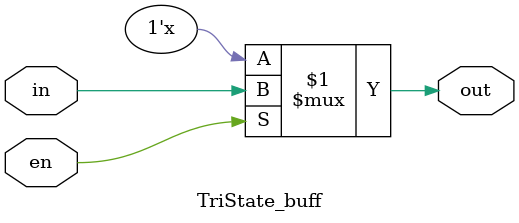
<source format=v>
`timescale 1ns / 1ps

module TriState_buff(
    input in,en,
    output out
    );
    assign out=en?in:1'bz;    
endmodule

</source>
